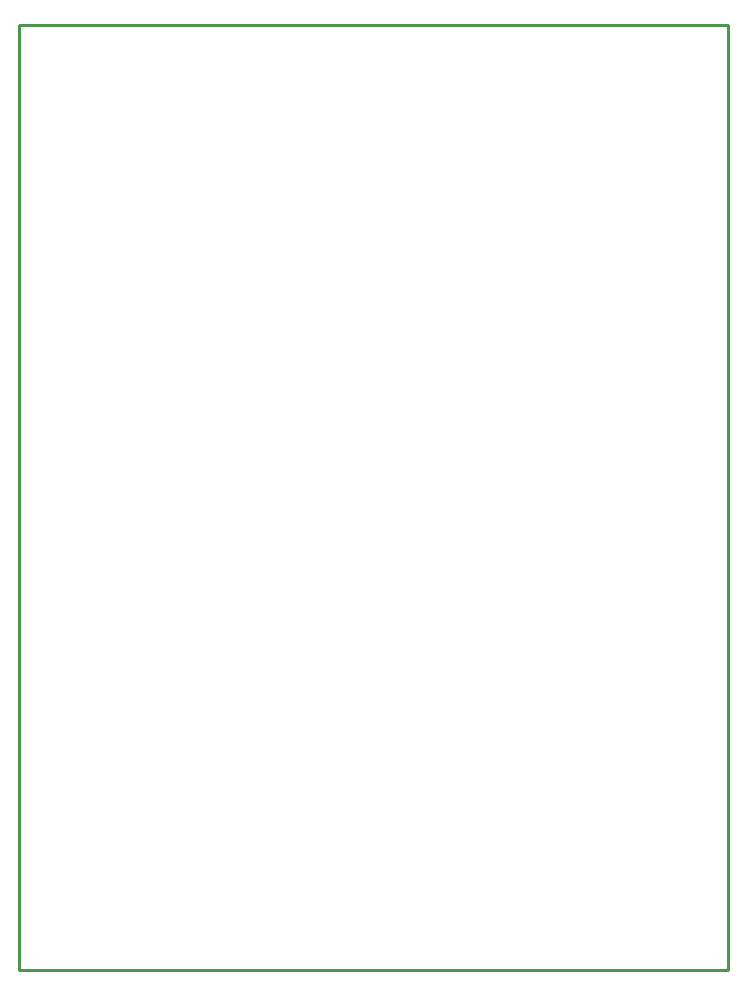
<source format=gko>
G04 Layer: BoardOutlineLayer*
G04 EasyEDA v6.5.5, 2023-03-20 10:36:03*
G04 9b540237bf8445d7845913a8156beade,10*
G04 Gerber Generator version 0.2*
G04 Scale: 100 percent, Rotated: No, Reflected: No *
G04 Dimensions in millimeters *
G04 leading zeros omitted , absolute positions ,4 integer and 5 decimal *
%FSLAX45Y45*%
%MOMM*%

%ADD10C,0.2540*%
D10*
X699998Y10199979D02*
G01*
X6699986Y10199979D01*
X6699986Y2199995D01*
X699998Y2199995D01*
X699998Y10199979D01*

%LPD*%
M02*

</source>
